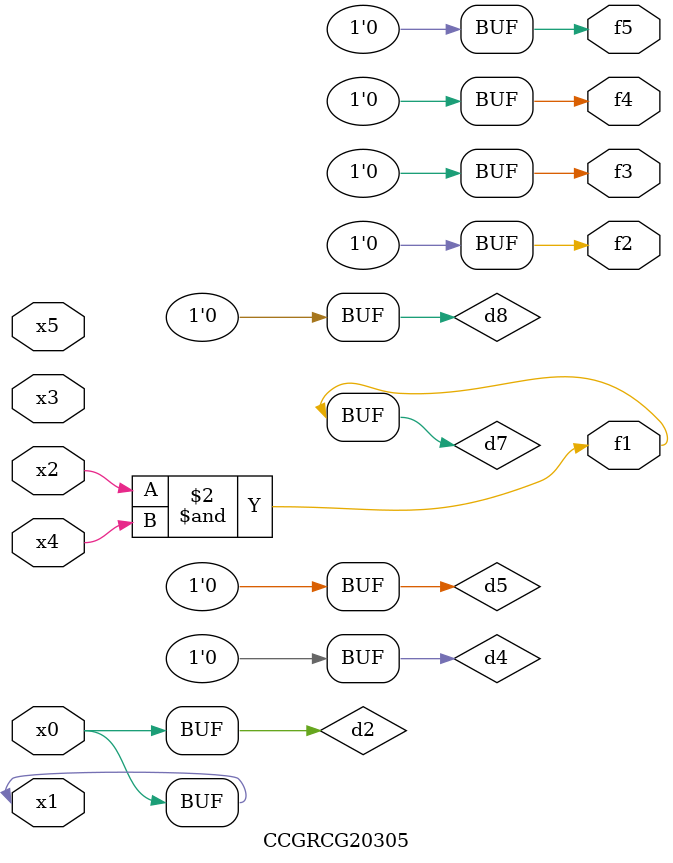
<source format=v>
module CCGRCG20305(
	input x0, x1, x2, x3, x4, x5,
	output f1, f2, f3, f4, f5
);

	wire d1, d2, d3, d4, d5, d6, d7, d8, d9;

	nand (d1, x1);
	buf (d2, x0, x1);
	nand (d3, x2, x4);
	and (d4, d1, d2);
	and (d5, d1, d2);
	nand (d6, d1, d3);
	not (d7, d3);
	xor (d8, d5);
	nor (d9, d5, d6);
	assign f1 = d7;
	assign f2 = d8;
	assign f3 = d8;
	assign f4 = d8;
	assign f5 = d8;
endmodule

</source>
